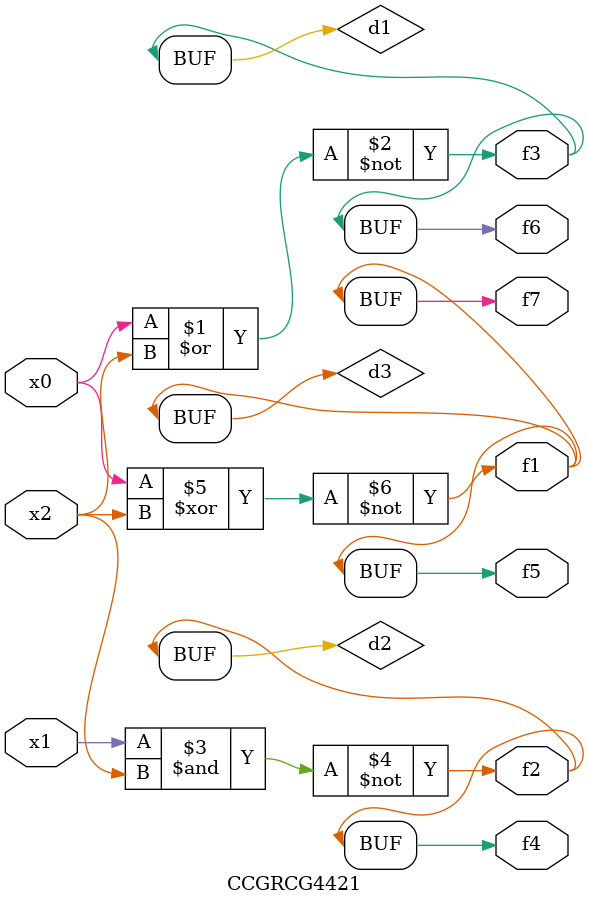
<source format=v>
module CCGRCG4421(
	input x0, x1, x2,
	output f1, f2, f3, f4, f5, f6, f7
);

	wire d1, d2, d3;

	nor (d1, x0, x2);
	nand (d2, x1, x2);
	xnor (d3, x0, x2);
	assign f1 = d3;
	assign f2 = d2;
	assign f3 = d1;
	assign f4 = d2;
	assign f5 = d3;
	assign f6 = d1;
	assign f7 = d3;
endmodule

</source>
